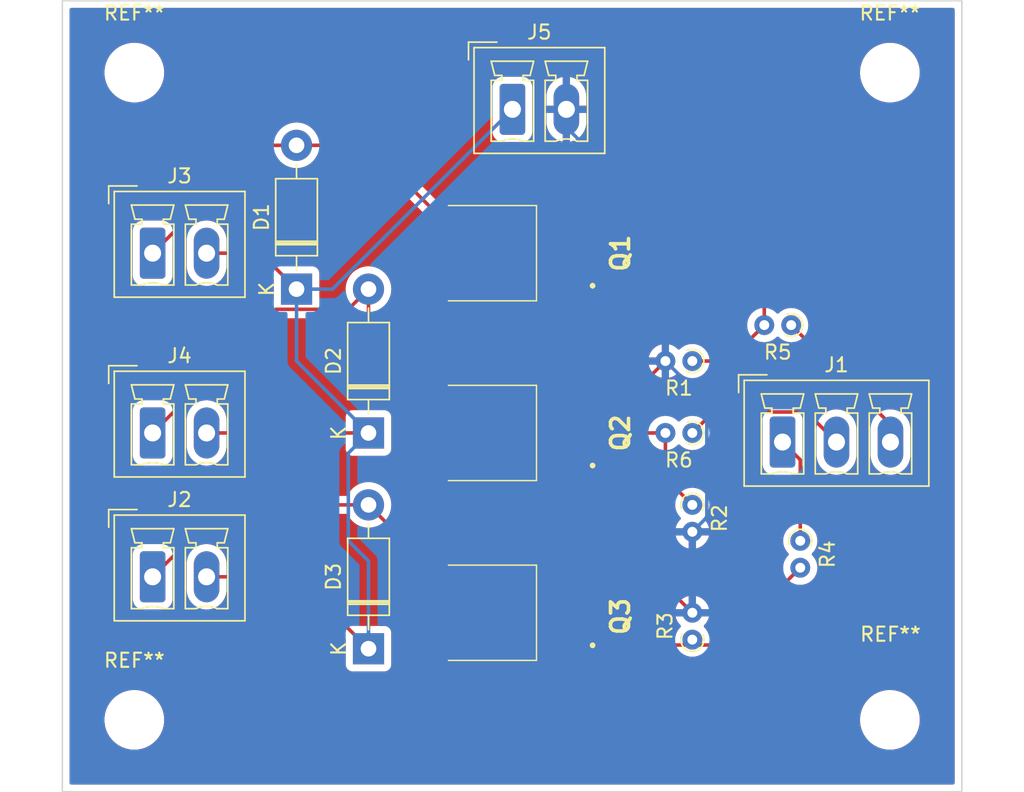
<source format=kicad_pcb>
(kicad_pcb (version 20211014) (generator pcbnew)
  (layers (0 "F.Cu" signal) (31 "B.Cu" signal) (34 "B.Paste" user) (35 "F.Paste" user) (36 "B.SilkS" user "B.Silkscreen") (37 "F.SilkS" user "F.Silkscreen") (38 "B.Mask" user) (39 "F.Mask" user) (44 "Edge.Cuts" user))
  (net 0 "")
  (net 1 "Net-(D1-Pad2)")
  (net 2 "Net-(D2-Pad2)")
  (net 3 "Net-(D3-Pad2)")
  (net 4 "Net-(J1-Pad1)")
  (net 5 "Net-(J1-Pad2)")
  (net 6 "Net-(J1-Pad3)")
  (net 7 "GND")
  (net 8 "Net-(Q1-Pad1)")
  (net 9 "Net-(Q2-Pad1)")
  (net 10 "Net-(Q3-Pad1)")
  (net 11 "+12V")
  (footprint "MountingHole:MountingHole_3.2mm_M3" (layer "F.Cu") (at 177.8 55.88)
    (fp_text reference "REF**" (at 0 -4.2) (layer "F.SilkS"))
    (fp_text value "MountingHole_3.2mm_M3")
    (pad "" np_thru_hole circle (at 0 0) (size 3.2 3.2) (drill 3.2) (layers *.Cu *.Mask))
  )
  (footprint "Diode_THT:D_DO-41_SOD81_P10.16mm_Horizontal" (layer "F.Cu") (at 140.991707 81.3344 90)
    (fp_text reference "D2" (at 5.08 -2.47 90) (layer "F.SilkS"))
    (fp_text value "1N4001")
    (fp_text user "K" (at 0 -2.1 90) (layer "F.SilkS"))
    (fp_line (start 8.82 0) (end 7.8 0) (layer "F.SilkS") (width 0.12))
    (fp_line (start 2.36 -1.47) (end 2.36 1.47) (layer "F.SilkS") (width 0.12))
    (fp_line (start 3.14 -1.47) (end 3.14 1.47) (layer "F.SilkS") (width 0.12))
    (fp_line (start 3.38 -1.47) (end 3.38 1.47) (layer "F.SilkS") (width 0.12))
    (fp_line (start 7.8 -1.47) (end 2.36 -1.47) (layer "F.SilkS") (width 0.12))
    (fp_line (start 7.8 1.47) (end 7.8 -1.47) (layer "F.SilkS") (width 0.12))
    (fp_line (start 3.26 -1.47) (end 3.26 1.47) (layer "F.SilkS") (width 0.12))
    (fp_line (start 2.36 1.47) (end 7.8 1.47) (layer "F.SilkS") (width 0.12))
    (fp_line (start 1.34 0) (end 2.36 0) (layer "F.SilkS") (width 0.12))
    (pad "1" thru_hole rect (at 0 0 90) (size 2.2 2.2) (drill 1.1) (layers *.Cu *.Mask) (net 11 "+12V"))
    (pad "2" thru_hole oval (at 10.16 0 90) (size 2.2 2.2) (drill 1.1) (layers *.Cu *.Mask) (net 2 "Net-(D2-Pad2)"))
  )
  (footprint "Resistor_THT:R_Axial_DIN0204_L3.6mm_D1.6mm_P1.90mm_Vertical" (layer "F.Cu") (at 163.851707 76.2544 180)
    (fp_text reference "R1" (at 0.95 -1.92) (layer "F.SilkS"))
    (fp_text value "1000")
    (fp_arc (start 0.320095 0.749359) (mid -0.813042 -0.054435) (end 0.417133 -0.7) (layer "F.SilkS") (width 0.12))
    (pad "1" thru_hole circle (at 0 0 180) (size 1.4 1.4) (drill 0.7) (layers *.Cu *.Mask) (net 8 "Net-(Q1-Pad1)"))
    (pad "2" thru_hole oval (at 1.9 0 180) (size 1.4 1.4) (drill 0.7) (layers *.Cu *.Mask) (net 7 "GND"))
  )
  (footprint "MountingHole:MountingHole_3.2mm_M3" (layer "F.Cu") (at 124.46 55.88)
    (fp_text reference "REF**" (at 0 -4.2) (layer "F.SilkS"))
    (fp_text value "MountingHole_3.2mm_M3")
    (pad "" np_thru_hole circle (at 0 0) (size 3.2 3.2) (drill 3.2) (layers *.Cu *.Mask))
  )
  (footprint "Connector_Phoenix_MC:PhoenixContact_MCV_1,5_2-G-3.81_1x02_P3.81mm_Vertical" (layer "F.Cu") (at 125.751707 68.6344)
    (fp_text reference "J3" (at 1.9 -5.45) (layer "F.SilkS"))
    (fp_text value "Valve Controller 1 -,+")
    (fp_line (start 0.75 -2.4) (end 0.75 -2.05) (layer "F.SilkS") (width 0.12))
    (fp_line (start -1.5 -2.05) (end -0.75 -2.05) (layer "F.SilkS") (width 0.12))
    (fp_line (start 5.31 -2.05) (end 5.31 2.25) (layer "F.SilkS") (width 0.12))
    (fp_line (start 1.25 -2.4) (end 0.75 -2.4) (layer "F.SilkS") (width 0.12))
    (fp_line (start 2.31 2.25) (end 2.31 -2.05) (layer "F.SilkS") (width 0.12))
    (fp_line (start -2.71 3.11) (end 6.52 3.11) (layer "F.SilkS") (width 0.12))
    (fp_line (start 5.06 -2.4) (end 4.56 -2.4) (layer "F.SilkS") (width 0.12))
    (fp_line (start -3.1 -4.75) (end -1.1 -4.75) (layer "F.SilkS") (width 0.12))
    (fp_line (start -0.75 -2.4) (end -1.25 -2.4) (layer "F.SilkS") (width 0.12))
    (fp_line (start 4.56 -2.4) (end 4.56 -2.05) (layer "F.SilkS") (width 0.12))
    (fp_line (start 5.31 -3.4) (end 5.06 -2.4) (layer "F.SilkS") (width 0.12))
    (fp_line (start -1.5 2.25) (end -1.5 -2.05) (layer "F.SilkS") (width 0.12))
    (fp_line (start -2.71 -4.36) (end -2.71 3.11) (layer "F.SilkS") (width 0.12))
    (fp_line (start 2.31 -2.05) (end 3.06 -2.05) (layer "F.SilkS") (width 0.12))
    (fp_line (start -0.75 2.25) (end -1.5 2.25) (layer "F.SilkS") (width 0.12))
    (fp_line (start 1.5 2.25) (end 0.75 2.25) (layer "F.SilkS") (width 0.12))
    (fp_line (start 3.06 -2.05) (end 3.06 -2.4) (layer "F.SilkS") (width 0.12))
    (fp_line (start -1.25 -2.4) (end -1.5 -3.4) (layer "F.SilkS") (width 0.12))
    (fp_line (start -1.5 -3.4) (end 1.5 -3.4) (layer "F.SilkS") (width 0.12))
    (fp_line (start 1.5 -3.4) (end 1.25 -2.4) (layer "F.SilkS") (width 0.12))
    (fp_line (start 2.56 -2.4) (end 2.31 -3.4) (layer "F.SilkS") (width 0.12))
    (fp_line (start 3.06 2.25) (end 2.31 2.25) (layer "F.SilkS") (width 0.12))
    (fp_line (start 6.52 3.11) (end 6.52 -4.36) (layer "F.SilkS") (width 0.12))
    (fp_line (start 6.52 -4.36) (end -2.71 -4.36) (layer "F.SilkS") (width 0.12))
    (fp_line (start 5.31 2.25) (end 4.56 2.25) (layer "F.SilkS") (width 0.12))
    (fp_line (start -0.75 -2.05) (end -0.75 -2.4) (layer "F.SilkS") (width 0.12))
    (fp_line (start 1.5 -2.05) (end 1.5 2.25) (layer "F.SilkS") (width 0.12))
    (fp_line (start 2.31 -3.4) (end 5.31 -3.4) (layer "F.SilkS") (width 0.12))
    (fp_line (start 0.75 -2.05) (end 1.5 -2.05) (layer "F.SilkS") (width 0.12))
    (fp_line (start -3.1 -3.5) (end -3.1 -4.75) (layer "F.SilkS") (width 0.12))
    (fp_line (start 3.06 -2.4) (end 2.56 -2.4) (layer "F.SilkS") (width 0.12))
    (fp_line (start 4.56 -2.05) (end 5.31 -2.05) (layer "F.SilkS") (width 0.12))
    (fp_arc (start 3.06 2.25) (mid 3.809807 2.09191) (end 4.559647 2.249844) (layer "F.SilkS") (width 0.12))
    (fp_arc (start -0.75 2.25) (mid -0.000193 2.09191) (end 0.749647 2.249844) (layer "F.SilkS") (width 0.12))
    (pad "1" thru_hole roundrect (at 0 0) (size 1.8 3.6) (drill 1.2) (layers *.Cu *.Mask) (roundrect_rratio 0.138889) (net 1 "Net-(D1-Pad2)"))
    (pad "2" thru_hole oval (at 3.81 0) (size 1.8 3.6) (drill 1.2) (layers *.Cu *.Mask) (net 11 "+12V"))
  )
  (footprint "Connector_Phoenix_MC:PhoenixContact_MCV_1,5_2-G-3.81_1x02_P3.81mm_Vertical" (layer "F.Cu") (at 151.151707 58.4744)
    (fp_text reference "J5" (at 1.9 -5.45) (layer "F.SilkS"))
    (fp_text value "+12V, GND Pins")
    (fp_line (start 3.06 2.25) (end 2.31 2.25) (layer "F.SilkS") (width 0.12))
    (fp_line (start 1.5 -3.4) (end 1.25 -2.4) (layer "F.SilkS") (width 0.12))
    (fp_line (start 2.56 -2.4) (end 2.31 -3.4) (layer "F.SilkS") (width 0.12))
    (fp_line (start -2.71 3.11) (end 6.52 3.11) (layer "F.SilkS") (width 0.12))
    (fp_line (start 2.31 2.25) (end 2.31 -2.05) (layer "F.SilkS") (width 0.12))
    (fp_line (start 0.75 -2.05) (end 1.5 -2.05) (layer "F.SilkS") (width 0.12))
    (fp_line (start -0.75 2.25) (end -1.5 2.25) (layer "F.SilkS") (width 0.12))
    (fp_line (start -1.5 -3.4) (end 1.5 -3.4) (layer "F.SilkS") (width 0.12))
    (fp_line (start 5.06 -2.4) (end 4.56 -2.4) (layer "F.SilkS") (width 0.12))
    (fp_line (start -0.75 -2.4) (end -1.25 -2.4) (layer "F.SilkS") (width 0.12))
    (fp_line (start 1.5 2.25) (end 0.75 2.25) (layer "F.SilkS") (width 0.12))
    (fp_line (start 2.31 -2.05) (end 3.06 -2.05) (layer "F.SilkS") (width 0.12))
    (fp_line (start 6.52 3.11) (end 6.52 -4.36) (layer "F.SilkS") (width 0.12))
    (fp_line (start 1.5 -2.05) (end 1.5 2.25) (layer "F.SilkS") (width 0.12))
    (fp_line (start 1.25 -2.4) (end 0.75 -2.4) (layer "F.SilkS") (width 0.12))
    (fp_line (start 5.31 2.25) (end 4.56 2.25) (layer "F.SilkS") (width 0.12))
    (fp_line (start 3.06 -2.4) (end 2.56 -2.4) (layer "F.SilkS") (width 0.12))
    (fp_line (start -1.5 -2.05) (end -0.75 -2.05) (layer "F.SilkS") (width 0.12))
    (fp_line (start -2.71 -4.36) (end -2.71 3.11) (layer "F.SilkS") (width 0.12))
    (fp_line (start 6.52 -4.36) (end -2.71 -4.36) (layer "F.SilkS") (width 0.12))
    (fp_line (start 3.06 -2.05) (end 3.06 -2.4) (layer "F.SilkS") (width 0.12))
    (fp_line (start -1.5 2.25) (end -1.5 -2.05) (layer "F.SilkS") (width 0.12))
    (fp_line (start -0.75 -2.05) (end -0.75 -2.4) (layer "F.SilkS") (width 0.12))
    (fp_line (start -1.25 -2.4) (end -1.5 -3.4) (layer "F.SilkS") (width 0.12))
    (fp_line (start -3.1 -3.5) (end -3.1 -4.75) (layer "F.SilkS") (width 0.12))
    (fp_line (start 5.31 -3.4) (end 5.06 -2.4) (layer "F.SilkS") (width 0.12))
    (fp_line (start 2.31 -3.4) (end 5.31 -3.4) (layer "F.SilkS") (width 0.12))
    (fp_line (start 5.31 -2.05) (end 5.31 2.25) (layer "F.SilkS") (width 0.12))
    (fp_line (start -3.1 -4.75) (end -1.1 -4.75) (layer "F.SilkS") (width 0.12))
    (fp_line (start 4.56 -2.4) (end 4.56 -2.05) (layer "F.SilkS") (width 0.12))
    (fp_line (start 4.56 -2.05) (end 5.31 -2.05) (layer "F.SilkS") (width 0.12))
    (fp_line (start 0.75 -2.4) (end 0.75 -2.05) (layer "F.SilkS") (width 0.12))
    (fp_arc (start -0.75 2.25) (mid -0.000193 2.09191) (end 0.749647 2.249844) (layer "F.SilkS") (width 0.12))
    (fp_arc (start 3.06 2.25) (mid 3.809807 2.09191) (end 4.559647 2.249844) (layer "F.SilkS") (width 0.12))
    (pad "1" thru_hole roundrect (at 0 0) (size 1.8 3.6) (drill 1.2) (layers *.Cu *.Mask) (roundrect_rratio 0.138889) (net 11 "+12V"))
    (pad "2" thru_hole oval (at 3.81 0) (size 1.8 3.6) (drill 1.2) (layers *.Cu *.Mask) (net 7 "GND"))
  )
  (footprint "RFD3055LE:FQD1N80TM" (layer "F.Cu") (at 148.611707 68.6344 90)
    (fp_text reference "Q1" (at 0 10.16 90) (layer "F.SilkS") (effects (font (size 1.27 1.27) (thickness 0.254))))
    (fp_text value "RFD3055LESM9A" hide)
    (fp_line (start -3.365 4.24) (end 3.365 4.24) (layer "F.SilkS") (width 0.1))
    (fp_line (start 3.365 4.24) (end 3.365 -1.98) (layer "F.SilkS") (width 0.1))
    (fp_line (start -3.365 -1.98) (end -3.365 4.24) (layer "F.SilkS") (width 0.1))
    (fp_line (start -2.4 8.2) (end -2.4 8.2) (layer "F.SilkS") (width 0.2))
    (fp_line (start -2.2 8.2) (end -2.2 8.2) (layer "F.SilkS") (width 0.2))
    (fp_arc (start -2.2 8.2) (mid -2.3 8.3) (end -2.4 8.2) (layer "F.SilkS") (width 0.2))
    (fp_arc (start -2.4 8.2) (mid -2.3 8.1) (end -2.2 8.2) (layer "F.SilkS") (width 0.2))
    (pad "1" smd rect locked (at -2.28 6.4 90) (size 1.25 2.85) (layers "F.Cu" "F.Paste" "F.Mask") (net 8 "Net-(Q1-Pad1)"))
    (pad "2" smd rect locked (at 0 0 90) (size 5.55 6.5) (layers "F.Cu" "F.Paste" "F.Mask") (net 1 "Net-(D1-Pad2)"))
    (pad "3" smd rect locked (at 2.28 6.4 90) (size 1.25 2.85) (layers "F.Cu" "F.Paste" "F.Mask") (net 7 "GND"))
  )
  (footprint "Connector_Phoenix_MC:PhoenixContact_MCV_1,5_2-G-3.81_1x02_P3.81mm_Vertical" (layer "F.Cu") (at 125.751707 81.3344)
    (fp_text reference "J4" (at 1.9 -5.45) (layer "F.SilkS"))
    (fp_text value "Valve Controller 2 -,+")
    (fp_line (start 2.56 -2.4) (end 2.31 -3.4) (layer "F.SilkS") (width 0.12))
    (fp_line (start 0.75 -2.4) (end 0.75 -2.05) (layer "F.SilkS") (width 0.12))
    (fp_line (start -1.5 -2.05) (end -0.75 -2.05) (layer "F.SilkS") (width 0.12))
    (fp_line (start -2.71 3.11) (end 6.52 3.11) (layer "F.SilkS") (width 0.12))
    (fp_line (start -1.5 2.25) (end -1.5 -2.05) (layer "F.SilkS") (width 0.12))
    (fp_line (start 2.31 -3.4) (end 5.31 -3.4) (layer "F.SilkS") (width 0.12))
    (fp_line (start 5.31 -2.05) (end 5.31 2.25) (layer "F.SilkS") (width 0.12))
    (fp_line (start 3.06 -2.05) (end 3.06 -2.4) (layer "F.SilkS") (width 0.12))
    (fp_line (start 5.31 2.25) (end 4.56 2.25) (layer "F.SilkS") (width 0.12))
    (fp_line (start 4.56 -2.05) (end 5.31 -2.05) (layer "F.SilkS") (width 0.12))
    (fp_line (start -1.25 -2.4) (end -1.5 -3.4) (layer "F.SilkS") (width 0.12))
    (fp_line (start 2.31 2.25) (end 2.31 -2.05) (layer "F.SilkS") (width 0.12))
    (fp_line (start -3.1 -3.5) (end -3.1 -4.75) (layer "F.SilkS") (width 0.12))
    (fp_line (start 3.06 -2.4) (end 2.56 -2.4) (layer "F.SilkS") (width 0.12))
    (fp_line (start 4.56 -2.4) (end 4.56 -2.05) (layer "F.SilkS") (width 0.12))
    (fp_line (start 0.75 -2.05) (end 1.5 -2.05) (layer "F.SilkS") (width 0.12))
    (fp_line (start 5.31 -3.4) (end 5.06 -2.4) (layer "F.SilkS") (width 0.12))
    (fp_line (start 2.31 -2.05) (end 3.06 -2.05) (layer "F.SilkS") (width 0.12))
    (fp_line (start 6.52 -4.36) (end -2.71 -4.36) (layer "F.SilkS") (width 0.12))
    (fp_line (start -1.5 -3.4) (end 1.5 -3.4) (layer "F.SilkS") (width 0.12))
    (fp_line (start -2.71 -4.36) (end -2.71 3.11) (layer "F.SilkS") (width 0.12))
    (fp_line (start -0.75 2.25) (end -1.5 2.25) (layer "F.SilkS") (width 0.12))
    (fp_line (start -0.75 -2.4) (end -1.25 -2.4) (layer "F.SilkS") (width 0.12))
    (fp_line (start 1.5 -3.4) (end 1.25 -2.4) (layer "F.SilkS") (width 0.12))
    (fp_line (start -0.75 -2.05) (end -0.75 -2.4) (layer "F.SilkS") (width 0.12))
    (fp_line (start -3.1 -4.75) (end -1.1 -4.75) (layer "F.SilkS") (width 0.12))
    (fp_line (start 1.25 -2.4) (end 0.75 -2.4) (layer "F.SilkS") (width 0.12))
    (fp_line (start 1.5 2.25) (end 0.75 2.25) (layer "F.SilkS") (width 0.12))
    (fp_line (start 1.5 -2.05) (end 1.5 2.25) (layer "F.SilkS") (width 0.12))
    (fp_line (start 6.52 3.11) (end 6.52 -4.36) (layer "F.SilkS") (width 0.12))
    (fp_line (start 5.06 -2.4) (end 4.56 -2.4) (layer "F.SilkS") (width 0.12))
    (fp_line (start 3.06 2.25) (end 2.31 2.25) (layer "F.SilkS") (width 0.12))
    (fp_arc (start 3.06 2.25) (mid 3.809807 2.09191) (end 4.559647 2.249844) (layer "F.SilkS") (width 0.12))
    (fp_arc (start -0.75 2.25) (mid -0.000193 2.09191) (end 0.749647 2.249844) (layer "F.SilkS") (width 0.12))
    (pad "1" thru_hole roundrect (at 0 0) (size 1.8 3.6) (drill 1.2) (layers *.Cu *.Mask) (roundrect_rratio 0.138889) (net 2 "Net-(D2-Pad2)"))
    (pad "2" thru_hole oval (at 3.81 0) (size 1.8 3.6) (drill 1.2) (layers *.Cu *.Mask) (net 11 "+12V"))
  )
  (footprint "MountingHole:MountingHole_3.2mm_M3" (layer "F.Cu") (at 124.46 101.6)
    (fp_text reference "REF**" (at 0 -4.2) (layer "F.SilkS"))
    (fp_text value "MountingHole_3.2mm_M3")
    (pad "" np_thru_hole circle (at 0 0) (size 3.2 3.2) (drill 3.2) (layers *.Cu *.Mask))
  )
  (footprint "Diode_THT:D_DO-41_SOD81_P10.16mm_Horizontal" (layer "F.Cu") (at 140.991707 96.5744 90)
    (fp_text reference "D3" (at 5.08 -2.47 90) (layer "F.SilkS"))
    (fp_text value "1N4001")
    (fp_text user "K" (at 0 -2.1 90) (layer "F.SilkS"))
    (fp_line (start 2.36 1.47) (end 7.8 1.47) (layer "F.SilkS") (width 0.12))
    (fp_line (start 2.36 -1.47) (end 2.36 1.47) (layer "F.SilkS") (width 0.12))
    (fp_line (start 7.8 1.47) (end 7.8 -1.47) (layer "F.SilkS") (width 0.12))
    (fp_line (start 1.34 0) (end 2.36 0) (layer "F.SilkS") (width 0.12))
    (fp_line (start 3.14 -1.47) (end 3.14 1.47) (layer "F.SilkS") (width 0.12))
    (fp_line (start 7.8 -1.47) (end 2.36 -1.47) (layer "F.SilkS") (width 0.12))
    (fp_line (start 3.38 -1.47) (end 3.38 1.47) (layer "F.SilkS") (width 0.12))
    (fp_line (start 3.26 -1.47) (end 3.26 1.47) (layer "F.SilkS") (width 0.12))
    (fp_line (start 8.82 0) (end 7.8 0) (layer "F.SilkS") (width 0.12))
    (pad "1" thru_hole rect (at 0 0 90) (size 2.2 2.2) (drill 1.1) (layers *.Cu *.Mask) (net 11 "+12V"))
    (pad "2" thru_hole oval (at 10.16 0 90) (size 2.2 2.2) (drill 1.1) (layers *.Cu *.Mask) (net 3 "Net-(D3-Pad2)"))
  )
  (footprint "Connector_Phoenix_MC:PhoenixContact_MCV_1,5_3-G-3.81_1x03_P3.81mm_Vertical" (layer "F.Cu") (at 170.219207 81.9769)
    (fp_text reference "J1" (at 3.81 -5.45) (layer "F.SilkS"))
    (fp_text value "GPIO PINS (PA0, PA1, PA2)")
    (fp_line (start 10.33 3.11) (end 10.33 -4.36) (layer "F.SilkS") (width 0.12))
    (fp_line (start 6.37 -2.4) (end 6.12 -3.4) (layer "F.SilkS") (width 0.12))
    (fp_line (start 2.31 -2.05) (end 3.06 -2.05) (layer "F.SilkS") (width 0.12))
    (fp_line (start 6.12 -2.05) (end 6.87 -2.05) (layer "F.SilkS") (width 0.12))
    (fp_line (start 0.75 -2.4) (end 0.75 -2.05) (layer "F.SilkS") (width 0.12))
    (fp_line (start 2.31 2.25) (end 2.31 -2.05) (layer "F.SilkS") (width 0.12))
    (fp_line (start 4.56 -2.4) (end 4.56 -2.05) (layer "F.SilkS") (width 0.12))
    (fp_line (start 5.06 -2.4) (end 4.56 -2.4) (layer "F.SilkS") (width 0.12))
    (fp_line (start 3.06 -2.05) (end 3.06 -2.4) (layer "F.SilkS") (width 0.12))
    (fp_line (start 1.5 -3.4) (end 1.25 -2.4) (layer "F.SilkS") (width 0.12))
    (fp_line (start -0.75 2.25) (end -1.5 2.25) (layer "F.SilkS") (width 0.12))
    (fp_line (start -1.25 -2.4) (end -1.5 -3.4) (layer "F.SilkS") (width 0.12))
    (fp_line (start 4.56 -2.05) (end 5.31 -2.05) (layer "F.SilkS") (width 0.12))
    (fp_line (start 6.87 -2.4) (end 6.37 -2.4) (layer "F.SilkS") (width 0.12))
    (fp_line (start 5.31 -3.4) (end 5.06 -2.4) (layer "F.SilkS") (width 0.12))
    (fp_line (start -1.5 2.25) (end -1.5 -2.05) (layer "F.SilkS") (width 0.12))
    (fp_line (start 8.87 -2.4) (end 8.37 -2.4) (layer "F.SilkS") (width 0.12))
    (fp_line (start 3.06 2.25) (end 2.31 2.25) (layer "F.SilkS") (width 0.12))
    (fp_line (start 3.06 -2.4) (end 2.56 -2.4) (layer "F.SilkS") (width 0.12))
    (fp_line (start 9.12 2.25) (end 8.37 2.25) (layer "F.SilkS") (width 0.12))
    (fp_line (start -2.71 3.11) (end 10.33 3.11) (layer "F.SilkS") (width 0.12))
    (fp_line (start 8.37 -2.05) (end 9.12 -2.05) (layer "F.SilkS") (width 0.12))
    (fp_line (start 2.56 -2.4) (end 2.31 -3.4) (layer "F.SilkS") (width 0.12))
    (fp_line (start 5.31 2.25) (end 4.56 2.25) (layer "F.SilkS") (width 0.12))
    (fp_line (start -3.1 -4.75) (end -1.1 -4.75) (layer "F.SilkS") (width 0.12))
    (fp_line (start 1.25 -2.4) (end 0.75 -2.4) (layer "F.SilkS") (width 0.12))
    (fp_line (start 10.33 -4.36) (end -2.71 -4.36) (layer "F.SilkS") (width 0.12))
    (fp_line (start -1.5 -2.05) (end -0.75 -2.05) (layer "F.SilkS") (width 0.12))
    (fp_line (start 0.75 -2.05) (end 1.5 -2.05) (layer "F.SilkS") (width 0.12))
    (fp_line (start 8.37 -2.4) (end 8.37 -2.05) (layer "F.SilkS") (width 0.12))
    (fp_line (start 1.5 -2.05) (end 1.5 2.25) (layer "F.SilkS") (width 0.12))
    (fp_line (start 9.12 -2.05) (end 9.12 2.25) (layer "F.SilkS") (width 0.12))
    (fp_line (start 6.87 2.25) (end 6.12 2.25) (layer "F.SilkS") (width 0.12))
    (fp_line (start 6.12 2.25) (end 6.12 -2.05) (layer "F.SilkS") (width 0.12))
    (fp_line (start -1.5 -3.4) (end 1.5 -3.4) (layer "F.SilkS") (width 0.12))
    (fp_line (start 6.87 -2.05) (end 6.87 -2.4) (layer "F.SilkS") (width 0.12))
    (fp_line (start -0.75 -2.05) (end -0.75 -2.4) (layer "F.SilkS") (width 0.12))
    (fp_line (start 5.31 -2.05) (end 5.31 2.25) (layer "F.SilkS") (width 0.12))
    (fp_line (start -2.71 -4.36) (end -2.71 3.11) (layer "F.SilkS") (width 0.12))
    (fp_line (start 2.31 -3.4) (end 5.31 -3.4) (layer "F.SilkS") (width 0.12))
    (fp_line (start 9.12 -3.4) (end 8.87 -2.4) (layer "F.SilkS") (width 0.12))
    (fp_line (start 1.5 2.25) (end 0.75 2.25) (layer "F.SilkS") (width 0.12))
    (fp_line (start 6.12 -3.4) (end 9.12 -3.4) (layer "F.SilkS") (width 0.12))
    (fp_line (start -3.1 -3.5) (end -3.1 -4.75) (layer "F.SilkS") (width 0.12))
    (fp_line (start -0.75 -2.4) (end -1.25 -2.4) (layer "F.SilkS") (width 0.12))
    (fp_arc (start -0.75 2.25) (mid -0.000193 2.09191) (end 0.749647 2.249844) (layer "F.SilkS") (width 0.12))
    (fp_arc (start 3.06 2.25) (mid 3.809807 2.09191) (end 4.559647 2.249844) (layer "F.SilkS") (width 0.12))
    (fp_arc (start 6.87 2.25) (mid 7.619807 2.09191) (end 8.369647 2.249844) (layer "F.SilkS") (width 0.12))
    (pad "1" thru_hole roundrect (at 0 0) (size 1.8 3.6) (drill 1.2) (layers *.Cu *.Mask) (roundrect_rratio 0.138889) (net 4 "Net-(J1-Pad1)"))
    (pad "2" thru_hole oval (at 3.81 0) (size 1.8 3.6) (drill 1.2) (layers *.Cu *.Mask) (net 5 "Net-(J1-Pad2)"))
    (pad "3" thru_hole oval (at 7.62 0) (size 1.8 3.6) (drill 1.2) (layers *.Cu *.Mask) (net 6 "Net-(J1-Pad3)"))
  )
  (footprint "Resistor_THT:R_Axial_DIN0204_L3.6mm_D1.6mm_P1.90mm_Vertical" (layer "F.Cu") (at 163.851707 86.4144 -90)
    (fp_text reference "R2" (at 0.95 -1.92 90) (layer "F.SilkS"))
    (fp_text value "1000")
    (fp_arc (start 0.320095 0.749359) (mid -0.813042 -0.054435) (end 0.417133 -0.7) (layer "F.SilkS") (width 0.12))
    (pad "1" thru_hole circle (at 0 0 270) (size 1.4 1.4) (drill 0.7) (layers *.Cu *.Mask) (net 9 "Net-(Q2-Pad1)"))
    (pad "2" thru_hole oval (at 1.9 0 270) (size 1.4 1.4) (drill 0.7) (layers *.Cu *.Mask) (net 7 "GND"))
  )
  (footprint "MountingHole:MountingHole_3.2mm_M3" (layer "F.Cu") (at 177.8 101.6)
    (fp_text reference "REF**" (at 0.039207 -6.0431) (layer "F.SilkS"))
    (fp_text value "MountingHole_3.2mm_M3")
    (pad "" np_thru_hole circle (at 0 0) (size 3.2 3.2) (drill 3.2) (layers *.Cu *.Mask))
  )
  (footprint "Diode_THT:D_DO-41_SOD81_P10.16mm_Horizontal" (layer "F.Cu") (at 135.911707 71.1744 90)
    (fp_text reference "D1" (at 5.08 -2.47 90) (layer "F.SilkS"))
    (fp_text value "1N4001")
    (fp_text user "K" (at 0 -2.1 90) (layer "F.SilkS"))
    (fp_line (start 2.36 1.47) (end 7.8 1.47) (layer "F.SilkS") (width 0.12))
    (fp_line (start 1.34 0) (end 2.36 0) (layer "F.SilkS") (width 0.12))
    (fp_line (start 3.14 -1.47) (end 3.14 1.47) (layer "F.SilkS") (width 0.12))
    (fp_line (start 7.8 1.47) (end 7.8 -1.47) (layer "F.SilkS") (width 0.12))
    (fp_line (start 3.38 -1.47) (end 3.38 1.47) (layer "F.SilkS") (width 0.12))
    (fp_line (start 2.36 -1.47) (end 2.36 1.47) (layer "F.SilkS") (width 0.12))
    (fp_line (start 3.26 -1.47) (end 3.26 1.47) (layer "F.SilkS") (width 0.12))
    (fp_line (start 7.8 -1.47) (end 2.36 -1.47) (layer "F.SilkS") (width 0.12))
    (fp_line (start 8.82 0) (end 7.8 0) (layer "F.SilkS") (width 0.12))
    (pad "1" thru_hole rect (at 0 0 90) (size 2.2 2.2) (drill 1.1) (layers *.Cu *.Mask) (net 11 "+12V"))
    (pad "2" thru_hole oval (at 10.16 0 90) (size 2.2 2.2) (drill 1.1) (layers *.Cu *.Mask) (net 1 "Net-(D1-Pad2)"))
  )
  (footprint "Resistor_THT:R_Axial_DIN0204_L3.6mm_D1.6mm_P1.90mm_Vertical" (layer "F.Cu") (at 163.851707 95.9344 90)
    (fp_text reference "R3" (at 0.95 -1.92 90) (layer "F.SilkS"))
    (fp_text value "1000")
    (fp_arc (start 0.320095 0.749359) (mid -0.813042 -0.054435) (end 0.417133 -0.7) (layer "F.SilkS") (width 0.12))
    (pad "1" thru_hole circle (at 0 0 90) (size 1.4 1.4) (drill 0.7) (layers *.Cu *.Mask) (net 10 "Net-(Q3-Pad1)"))
    (pad "2" thru_hole oval (at 1.9 0 90) (size 1.4 1.4) (drill 0.7) (layers *.Cu *.Mask) (net 7 "GND"))
  )
  (footprint "Resistor_THT:R_Axial_DIN0204_L3.6mm_D1.6mm_P1.90mm_Vertical" (layer "F.Cu") (at 170.831707 73.7144 180)
    (fp_text reference "R5" (at 0.95 -1.92) (layer "F.SilkS"))
    (fp_text value "100")
    (fp_arc (start 0.320095 0.749359) (mid -0.813042 -0.054435) (end 0.417133 -0.7) (layer "F.SilkS") (width 0.12))
    (pad "1" thru_hole circle (at 0 0 180) (size 1.4 1.4) (drill 0.7) (layers *.Cu *.Mask) (net 6 "Net-(J1-Pad3)"))
    (pad "2" thru_hole oval (at 1.9 0 180) (size 1.4 1.4) (drill 0.7) (layers *.Cu *.Mask) (net 8 "Net-(Q1-Pad1)"))
  )
  (footprint "Resistor_THT:R_Axial_DIN0204_L3.6mm_D1.6mm_P1.90mm_Vertical" (layer "F.Cu") (at 171.471707 88.9544 -90)
    (fp_text reference "R4" (at 0.95 -1.92 90) (layer "F.SilkS"))
    (fp_text value "100")
    (fp_arc (start 0.320095 0.749359) (mid -0.813042 -0.054435) (end 0.417133 -0.7) (layer "F.SilkS") (width 0.12))
    (pad "1" thru_hole circle (at 0 0 270) (size 1.4 1.4) (drill 0.7) (layers *.Cu *.Mask) (net 4 "Net-(J1-Pad1)"))
    (pad "2" thru_hole oval (at 1.9 0 270) (size 1.4 1.4) (drill 0.7) (layers *.Cu *.Mask) (net 10 "Net-(Q3-Pad1)"))
  )
  (footprint "RFD3055LE:FQD1N80TM" (layer "F.Cu") (at 148.611707 94.0344 90)
    (fp_text reference "Q3" (at -0.26 10.16 90) (layer "F.SilkS") (effects (font (size 1.27 1.27) (thickness 0.254))))
    (fp_text value "RFD3055LESM9A" hide)
    (fp_line (start -2.4 8.2) (end -2.4 8.2) (layer "F.SilkS") (width 0.2))
    (fp_line (start -3.365 -1.98) (end -3.365 4.24) (layer "F.SilkS") (width 0.1))
    (fp_line (start -2.2 8.2) (end -2.2 8.2) (layer "F.SilkS") (width 0.2))
    (fp_line (start 3.365 4.24) (end 3.365 -1.98) (layer "F.SilkS") (width 0.1))
    (fp_line (start -3.365 4.24) (end 3.365 4.24) (layer "F.SilkS") (width 0.1))
    (fp_arc (start -2.4 8.2) (mid -2.3 8.1) (end -2.2 8.2) (layer "F.SilkS") (width 0.2))
    (fp_arc (start -2.2 8.2) (mid -2.3 8.3) (end -2.4 8.2) (layer "F.SilkS") (width 0.2))
    (pad "1" smd rect locked (at -2.28 6.4 90) (size 1.25 2.85) (layers "F.Cu" "F.Paste" "F.Mask") (net 10 "Net-(Q3-Pad1)"))
    (pad "2" smd rect locked (at 0 0 90) (size 5.55 6.5) (layers "F.Cu" "F.Paste" "F.Mask") (net 3 "Net-(D3-Pad2)"))
    (pad "3" smd rect locked (at 2.28 6.4 90) (size 1.25 2.85) (layers "F.Cu" "F.Paste" "F.Mask") (net 7 "GND"))
  )
  (footprint "Connector_Phoenix_MC:PhoenixContact_MCV_1,5_2-G-3.81_1x02_P3.81mm_Vertical" (layer "F.Cu") (at 125.751707 91.4944)
    (fp_text reference "J2" (at 1.9 -5.45) (layer "F.SilkS"))
    (fp_text value "Valve Controller 3 -,+")
    (fp_line (start 3.06 -2.4) (end 2.56 -2.4) (layer "F.SilkS") (width 0.12))
    (fp_line (start -1.5 -3.4) (end 1.5 -3.4) (layer "F.SilkS") (width 0.12))
    (fp_line (start 5.31 2.25) (end 4.56 2.25) (layer "F.SilkS") (width 0.12))
    (fp_line (start 3.06 -2.05) (end 3.06 -2.4) (layer "F.SilkS") (width 0.12))
    (fp_line (start -0.75 -2.05) (end -0.75 -2.4) (layer "F.SilkS") (width 0.12))
    (fp_line (start 4.56 -2.05) (end 5.31 -2.05) (layer "F.SilkS") (width 0.12))
    (fp_line (start 5.31 -2.05) (end 5.31 2.25) (layer "F.SilkS") (width 0.12))
    (fp_line (start -0.75 2.25) (end -1.5 2.25) (layer "F.SilkS") (width 0.12))
    (fp_line (start 1.5 2.25) (end 0.75 2.25) (layer "F.SilkS") (width 0.12))
    (fp_line (start 6.52 3.11) (end 6.52 -4.36) (layer "F.SilkS") (width 0.12))
    (fp_line (start 2.31 -2.05) (end 3.06 -2.05) (layer "F.SilkS") (width 0.12))
    (fp_line (start 0.75 -2.4) (end 0.75 -2.05) (layer "F.SilkS") (width 0.12))
    (fp_line (start -1.5 2.25) (end -1.5 -2.05) (layer "F.SilkS") (width 0.12))
    (fp_line (start -3.1 -3.5) (end -3.1 -4.75) (layer "F.SilkS") (width 0.12))
    (fp_line (start 3.06 2.25) (end 2.31 2.25) (layer "F.SilkS") (width 0.12))
    (fp_line (start -0.75 -2.4) (end -1.25 -2.4) (layer "F.SilkS") (width 0.12))
    (fp_line (start 2.31 2.25) (end 2.31 -2.05) (layer "F.SilkS") (width 0.12))
    (fp_line (start 4.56 -2.4) (end 4.56 -2.05) (layer "F.SilkS") (width 0.12))
    (fp_line (start 6.52 -4.36) (end -2.71 -4.36) (layer "F.SilkS") (width 0.12))
    (fp_line (start 1.5 -2.05) (end 1.5 2.25) (layer "F.SilkS") (width 0.12))
    (fp_line (start 5.31 -3.4) (end 5.06 -2.4) (layer "F.SilkS") (width 0.12))
    (fp_line (start -1.5 -2.05) (end -0.75 -2.05) (layer "F.SilkS") (width 0.12))
    (fp_line (start 1.25 -2.4) (end 0.75 -2.4) (layer "F.SilkS") (width 0.12))
    (fp_line (start -2.71 3.11) (end 6.52 3.11) (layer "F.SilkS") (width 0.12))
    (fp_line (start 0.75 -2.05) (end 1.5 -2.05) (layer "F.SilkS") (width 0.12))
    (fp_line (start 5.06 -2.4) (end 4.56 -2.4) (layer "F.SilkS") (width 0.12))
    (fp_line (start -2.71 -4.36) (end -2.71 3.11) (layer "F.SilkS") (width 0.12))
    (fp_line (start 1.5 -3.4) (end 1.25 -2.4) (layer "F.SilkS") (width 0.12))
    (fp_line (start 2.31 -3.4) (end 5.31 -3.4) (layer "F.SilkS") (width 0.12))
    (fp_line (start -3.1 -4.75) (end -1.1 -4.75) (layer "F.SilkS") (width 0.12))
    (fp_line (start 2.56 -2.4) (end 2.31 -3.4) (layer "F.SilkS") (width 0.12))
    (fp_line (start -1.25 -2.4) (end -1.5 -3.4) (layer "F.SilkS") (width 0.12))
    (fp_arc (start 3.06 2.25) (mid 3.809807 2.09191) (end 4.559647 2.249844) (layer "F.SilkS") (width 0.12))
    (fp_arc (start -0.75 2.25) (mid -0.000193 2.09191) (end 0.749647 2.249844) (layer "F.SilkS") (width 0.12))
    (pad "1" thru_hole roundrect (at 0 0) (size 1.8 3.6) (drill 1.2) (layers *.Cu *.Mask) (roundrect_rratio 0.138889) (net 3 "Net-(D3-Pad2)"))
    (pad "2" thru_hole oval (at 3.81 0) (size 1.8 3.6) (drill 1.2) (layers *.Cu *.Mask) (net 11 "+12V"))
  )
  (footprint "Resistor_THT:R_Axial_DIN0204_L3.6mm_D1.6mm_P1.90mm_Vertical" (layer "F.Cu") (at 163.851707 81.3344 180)
    (fp_text reference "R6" (at 0.95 -1.92) (layer "F.SilkS"))
    (fp_text value "100")
    (fp_arc (start 0.320095 0.749359) (mid -0.813042 -0.054435) (end 0.417133 -0.7) (layer "F.SilkS") (width 0.12))
    (pad "1" thru_hole circle (at 0 0 180) (size 1.4 1.4) (drill 0.7) (layers *.Cu *.Mask) (net 5 "Net-(J1-Pad2)"))
    (pad "2" thru_hole oval (at 1.9 0 180) (size 1.4 1.4) (drill 0.7) (layers *.Cu *.Mask) (net 9 "Net-(Q2-Pad1)"))
  )
  (footprint "RFD3055LE:FQD1N80TM" (layer "F.Cu") (at 148.611707 81.3344 90)
    (fp_text reference "Q2" (at 0 10.16 90) (layer "F.SilkS") (effects (font (size 1.27 1.27) (thickness 0.254))))
    (fp_text value "RFD3055LESM9A" hide)
    (fp_line (start -2.4 8.2) (end -2.4 8.2) (layer "F.SilkS") (width 0.2))
    (fp_line (start -3.365 -1.98) (end -3.365 4.24) (layer "F.SilkS") (width 0.1))
    (fp_line (start -2.2 8.2) (end -2.2 8.2) (layer "F.SilkS") (width 0.2))
    (fp_line (start 3.365 4.24) (end 3.365 -1.98) (layer "F.SilkS") (width 0.1))
    (fp_line (start -3.365 4.24) (end 3.365 4.24) (layer "F.SilkS") (width 0.1))
    (fp_arc (start -2.2 8.2) (mid -2.3 8.3) (end -2.4 8.2) (layer "F.SilkS") (width 0.2))
    (fp_arc (start -2.4 8.2) (mid -2.3 8.1) (end -2.2 8.2) (layer "F.SilkS") (width 0.2))
    (pad "1" smd rect locked (at -2.28 6.4 90) (size 1.25 2.85) (layers "F.Cu" "F.Paste" "F.Mask") (net 9 "Net-(Q2-Pad1)"))
    (pad "2" smd rect locked (at 0 0 90) (size 5.55 6.5) (layers "F.Cu" "F.Paste" "F.Mask") (net 2 "Net-(D2-Pad2)"))
    (pad "3" smd rect locked (at 2.28 6.4 90) (size 1.25 2.85) (layers "F.Cu" "F.Paste" "F.Mask") (net 7 "GND"))
  )
  (gr_rect (start 119.38 50.8) (end 182.88 106.68) (layer "Edge.Cuts") (width 0.1) (fill none))
  (segment (start 133.371707 61.0144) (end 135.911707 61.0144) (width 0.25) (layer "F.Cu") (net 1))
  (segment (start 135.911707 61.0144) (end 140.991707 61.0144) (width 0.25) (layer "F.Cu") (net 1))
  (segment (start 140.991707 61.0144) (end 148.611707 68.6344) (width 0.25) (layer "F.Cu") (net 1))
  (segment (start 125.751707 68.6344) (end 133.371707 61.0144) (width 0.25) (layer "F.Cu") (net 1))
  (segment (start 139.567196 72.598911) (end 140.991707 71.1744) (width 0.25) (layer "F.Cu") (net 2))
  (segment (start 140.991707 73.7144) (end 148.611707 81.3344) (width 0.25) (layer "F.Cu") (net 2))
  (segment (start 140.991707 71.1744) (end 140.991707 73.7144) (width 0.25) (layer "F.Cu") (net 2))
  (segment (start 125.751707 81.3344) (end 134.487196 72.598911) (width 0.25) (layer "F.Cu") (net 2))
  (segment (start 134.487196 72.598911) (end 139.567196 72.598911) (width 0.25) (layer "F.Cu") (net 2))
  (segment (start 130.831707 86.4144) (end 125.751707 91.4944) (width 0.25) (layer "F.Cu") (net 3))
  (segment (start 140.991707 86.4144) (end 130.831707 86.4144) (width 0.25) (layer "F.Cu") (net 3))
  (segment (start 140.991707 86.4144) (end 148.611707 94.0344) (width 0.25) (layer "F.Cu") (net 3))
  (segment (start 171.471707 88.9544) (end 171.471707 83.2294) (width 0.25) (layer "F.Cu") (net 4))
  (segment (start 171.471707 83.2294) (end 170.219207 81.9769) (width 0.25) (layer "F.Cu") (net 4))
  (segment (start 171.904687 79.85238) (end 165.333727 79.85238) (width 0.25) (layer "F.Cu") (net 5))
  (segment (start 174.029207 81.9769) (end 171.904687 79.85238) (width 0.25) (layer "F.Cu") (net 5))
  (segment (start 165.333727 79.85238) (end 163.851707 81.3344) (width 0.25) (layer "F.Cu") (net 5))
  (segment (start 177.839207 80.7219) (end 170.831707 73.7144) (width 0.25) (layer "F.Cu") (net 6))
  (segment (start 177.839207 81.9769) (end 177.839207 80.7219) (width 0.25) (layer "F.Cu") (net 6))
  (segment (start 155.011707 66.3544) (end 155.011707 58.5244) (width 0.25) (layer "F.Cu") (net 7))
  (segment (start 159.151707 79.0544) (end 161.951707 76.2544) (width 0.25) (layer "F.Cu") (net 7))
  (segment (start 163.851707 88.3144) (end 163.851707 94.0344) (width 0.25) (layer "F.Cu") (net 7))
  (segment (start 155.011707 79.0544) (end 159.151707 79.0544) (width 0.25) (layer "F.Cu") (net 7))
  (segment (start 161.571707 91.7544) (end 163.851707 94.0344) (width 0.25) (layer "F.Cu") (net 7))
  (segment (start 155.011707 91.7544) (end 161.571707 91.7544) (width 0.25) (layer "F.Cu") (net 7))
  (segment (start 163.851707 88.3144) (end 164.876218 87.289889) (width 0.25) (layer "B.Cu") (net 7))
  (segment (start 164.876218 79.178911) (end 161.951707 76.2544) (width 0.25) (layer "B.Cu") (net 7))
  (segment (start 161.951707 76.2544) (end 161.951707 66.7344) (width 0.25) (layer "B.Cu") (net 7))
  (segment (start 161.951707 66.7344) (end 154.961707 59.7444) (width 0.25) (layer "B.Cu") (net 7))
  (segment (start 164.876218 87.289889) (end 164.876218 79.178911) (width 0.25) (layer "B.Cu") (net 7))
  (segment (start 166.391707 68.6344) (end 168.931707 71.1744) (width 0.25) (layer "F.Cu") (net 8))
  (segment (start 168.931707 71.1744) (end 168.931707 73.7144) (width 0.25) (layer "F.Cu") (net 8))
  (segment (start 168.931707 73.7144) (end 166.391707 76.2544) (width 0.25) (layer "F.Cu") (net 8))
  (segment (start 157.291707 68.6344) (end 166.391707 68.6344) (width 0.25) (layer "F.Cu") (net 8))
  (segment (start 166.391707 76.2544) (end 163.851707 76.2544) (width 0.25) (layer "F.Cu") (net 8))
  (segment (start 155.011707 70.9144) (end 157.291707 68.6344) (width 0.25) (layer "F.Cu") (net 8))
  (segment (start 161.951707 84.5144) (end 161.951707 81.3344) (width 0.25) (layer "F.Cu") (net 9))
  (segment (start 157.291707 81.3344) (end 155.011707 83.6144) (width 0.25) (layer "F.Cu") (net 9))
  (segment (start 161.951707 81.3344) (end 157.291707 81.3344) (width 0.25) (layer "F.Cu") (net 9))
  (segment (start 163.851707 86.4144) (end 161.951707 84.5144) (width 0.25) (layer "F.Cu") (net 9))
  (segment (start 163.471707 96.3144) (end 166.011706 96.3144) (width 0.25) (layer "F.Cu") (net 10))
  (segment (start 163.471707 96.3144) (end 163.851707 95.9344) (width 0.25) (layer "F.Cu") (net 10))
  (segment (start 166.011706 96.3144) (end 171.471707 90.8544) (width 0.25) (layer "F.Cu") (net 10))
  (segment (start 155.011707 96.3144) (end 163.471707 96.3144) (width 0.25) (layer "F.Cu") (net 10))
  (segment (start 140.991707 81.3344) (end 129.561707 81.3344) (width 0.25) (layer "F.Cu") (net 11))
  (segment (start 135.911707 91.4944) (end 140.991707 96.5744) (width 0.25) (layer "F.Cu") (net 11))
  (segment (start 129.561707 91.4944) (end 135.911707 91.4944) (width 0.25) (layer "F.Cu") (net 11))
  (segment (start 129.561707 68.6344) (end 133.371707 68.6344) (width 0.25) (layer "F.Cu") (net 11))
  (segment (start 133.371707 68.6344) (end 135.593848 70.856541) (width 0.25) (layer "F.Cu") (net 11))
  (segment (start 139.567196 82.758911) (end 139.567196 88.9544) (width 0.25) (layer "B.Cu") (net 11))
  (segment (start 151.151707 58.4744) (end 138.451707 71.1744) (width 0.25) (layer "B.Cu") (net 11))
  (segment (start 135.911707 71.1744) (end 135.911707 76.2544) (width 0.25) (layer "B.Cu") (net 11))
  (segment (start 139.567196 88.9544) (end 140.991707 90.378911) (width 0.25) (layer "B.Cu") (net 11))
  (segment (start 135.911707 76.2544) (end 140.991707 81.3344) (width 0.25) (layer "B.Cu") (net 11))
  (segment (start 140.991707 81.3344) (end 139.567196 82.758911) (width 0.25) (layer "B.Cu") (net 11))
  (segment (start 138.451707 71.1744) (end 135.911707 71.1744) (width 0.25) (layer "B.Cu") (net 11))
  (segment (start 140.991707 90.378911) (end 140.991707 96.5744) (width 0.25) (layer "B.Cu") (net 11))
  (zone (net 7) (net_name "GND") (layers F&B.Cu) (connect_pads (clearance 0.508)) (min_thickness 0.254) (fill yes (thermal_gap 0.508) (thermal_bridge_width 0.508))
    (polygon (pts (xy 182.88 106.68) (xy 119.38 106.68) (xy 119.38 50.8) (xy 182.88 50.8)))
  )
)
</source>
